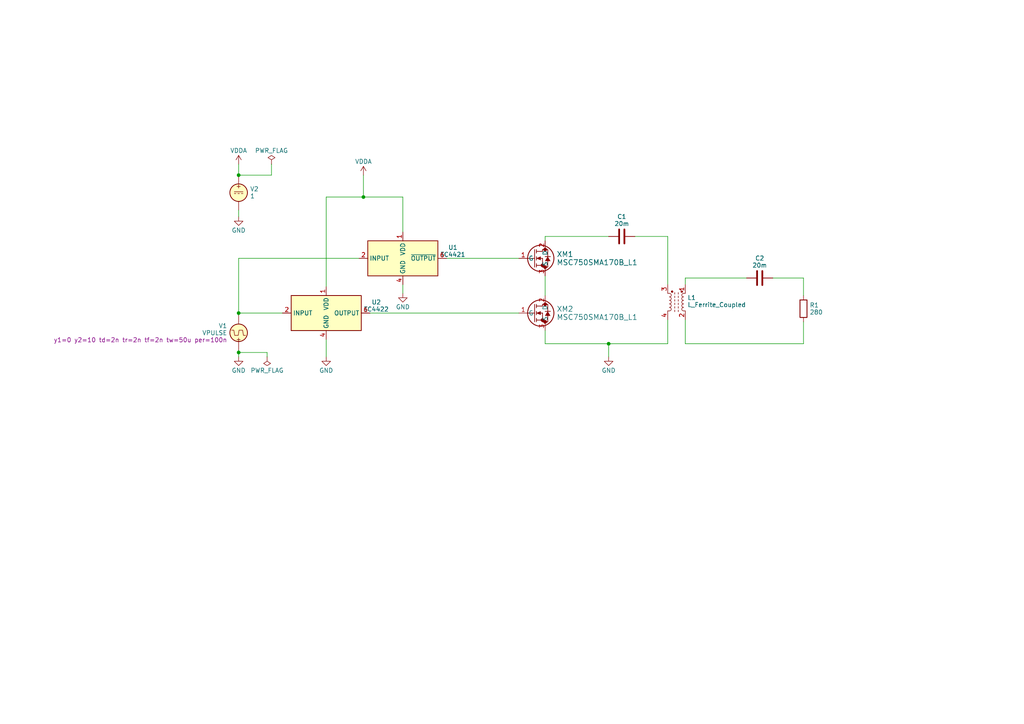
<source format=kicad_sch>
(kicad_sch (version 20230121) (generator eeschema)
  (paper "A4")
  (lib_symbols
    (symbol "Device:C" (pin_numbers hide) (pin_names (offset 0.254))
      (property "Reference" "C" (at 0.635 2.54 0))
      (property "Value" "C" (at 0.635 -2.54 0))
      (symbol "C_0_1"
        (polyline (pts (xy -2.032 -0.762) (xy 2.032 -0.762)) (stroke (width 0.508)))
        (polyline (pts (xy -2.032 0.762) (xy 2.032 0.762)) (stroke (width 0.508)))
      )
      (symbol "C_1_1"
        (pin passive line (at 0 3.81 270) (length 2.794) (name "~") (number "1"))
        (pin passive line (at 0 -3.81 90) (length 2.794) (name "~") (number "2"))
      )
    )
    (symbol "Device:L_Ferrite_Coupled" (pin_names (offset 0.254) hide)
      (property "Reference" "L" (at 0 4.445 0))
      (property "Value" "L_Ferrite_Coupled" (at 0 -4.445 0))
      (symbol "L_Ferrite_Coupled_0_1"
        (circle (center -3.048 -1.27) (radius 0.254) (fill (type outline)))
        (circle (center -3.048 1.524) (radius 0.254) (fill (type outline)))
        (arc (start -2.54 2.032) (mid -2.032 1.5262) (end -1.524 2.032))
        (arc (start -1.524 -2.032) (mid -2.032 -1.5262) (end -2.54 -2.032))
        (arc (start -1.524 2.032) (mid -1.016 1.5262) (end -0.508 2.032))
        (arc (start -0.508 -2.032) (mid -1.016 -1.5262) (end -1.524 -2.032))
        (arc (start -0.508 2.032) (mid 0 1.5262) (end 0.508 2.032))
        (polyline (pts (xy -2.794 -0.508) (xy -2.286 -0.508)))
        (polyline (pts (xy -2.794 0.508) (xy -2.286 0.508)))
        (polyline (pts (xy -2.54 -2.032) (xy -2.54 -2.54)))
        (polyline (pts (xy -2.54 2.032) (xy -2.54 2.54)))
        (polyline (pts (xy -1.778 -0.508) (xy -1.27 -0.508)))
        (polyline (pts (xy -1.778 0.508) (xy -1.27 0.508)))
        (polyline (pts (xy -0.762 -0.508) (xy -0.254 -0.508)))
        (polyline (pts (xy -0.762 0.508) (xy -0.254 0.508)))
        (polyline (pts (xy 0.254 -0.508) (xy 0.762 -0.508)))
        (polyline (pts (xy 0.254 0.508) (xy 0.762 0.508)))
        (polyline (pts (xy 1.27 -0.508) (xy 1.778 -0.508)))
        (polyline (pts (xy 1.27 0.508) (xy 1.778 0.508)))
        (polyline (pts (xy 2.286 -0.508) (xy 2.794 -0.508)))
        (polyline (pts (xy 2.286 0.508) (xy 2.794 0.508)))
        (polyline (pts (xy 2.54 -2.032) (xy 2.54 -2.54)))
        (polyline (pts (xy 2.54 2.54) (xy 2.54 2.032)))
        (arc (start 0.508 -2.032) (mid 0 -1.5262) (end -0.508 -2.032))
        (arc (start 0.508 2.032) (mid 1.016 1.5262) (end 1.524 2.032))
        (arc (start 1.524 -2.032) (mid 1.016 -1.5262) (end 0.508 -2.032))
        (arc (start 1.524 2.032) (mid 2.032 1.5262) (end 2.54 2.032))
        (arc (start 2.54 -2.032) (mid 2.032 -1.5262) (end 1.524 -2.032))
      )
      (symbol "L_Ferrite_Coupled_1_1"
        (pin passive line (at -5.08 2.54 0) (length 2.54) (name "1") (number "1"))
        (pin passive line (at 5.08 2.54 180) (length 2.54) (name "2") (number "2"))
        (pin passive line (at -5.08 -2.54 0) (length 2.54) (name "3") (number "3"))
        (pin passive line (at 5.08 -2.54 180) (length 2.54) (name "4") (number "4"))
      )
    )
    (symbol "Device:R" (pin_numbers hide) (pin_names (offset 0))
      (property "Reference" "R" (at 2.032 0 90))
      (property "Value" "R" (at 0 0 90))
      (symbol "R_0_1"
        (rectangle (start -1.016 -2.54) (end 1.016 2.54) (stroke (width 0.254)))
      )
      (symbol "R_1_1"
        (pin passive line (at 0 3.81 270) (length 1.27) (name "~") (number "1"))
        (pin passive line (at 0 -3.81 90) (length 1.27) (name "~") (number "2"))
      )
    )
    (symbol "Driver_FET:TC4421"
      (property "Reference" "U" (at -8.89 6.35 0))
      (property "Value" "TC4421" (at 6.35 6.35 0))
      (symbol "TC4421_0_1"
        (rectangle (start -10.16 5.08) (end 10.16 -5.08) (stroke (width 0.254)) (fill (type background)))
      )
      (symbol "TC4421_1_1"
        (pin power_in line (at 0 7.62 270) (length 2.54) (name "VDD") (number "1"))
        (pin input line (at -12.7 0 0) (length 2.54) (name "INPUT") (number "2"))
        (pin no_connect line (at -5.08 -5.08 90) (length 2.54) hide (name "NC") (number "3"))
        (pin power_in line (at 0 -7.62 90) (length 2.54) (name "GND") (number "4"))
        (pin passive line (at 0 -7.62 90) (length 2.54) hide (name "GND") (number "5"))
        (pin output line (at 12.7 0 180) (length 2.54) (name "~{OUTPUT}") (number "6"))
        (pin passive line (at 12.7 0 180) (length 2.54) hide (name "~{OUTPUT}") (number "7"))
        (pin passive line (at 0 7.62 270) (length 2.54) hide (name "VDD") (number "8"))
      )
    )
    (symbol "Driver_FET:TC4422"
      (property "Reference" "U" (at -8.89 6.35 0))
      (property "Value" "TC4422" (at 6.35 6.35 0))
      (symbol "TC4422_0_1"
        (rectangle (start -10.16 5.08) (end 10.16 -5.08) (stroke (width 0.254)) (fill (type background)))
      )
      (symbol "TC4422_1_1"
        (pin power_in line (at 0 7.62 270) (length 2.54) (name "VDD") (number "1"))
        (pin input line (at -12.7 0 0) (length 2.54) (name "INPUT") (number "2"))
        (pin no_connect line (at -5.08 -5.08 90) (length 2.54) hide (name "NC") (number "3"))
        (pin power_in line (at 0 -7.62 90) (length 2.54) (name "GND") (number "4"))
        (pin passive line (at 0 -7.62 90) (length 2.54) hide (name "GND") (number "5"))
        (pin output line (at 12.7 0 180) (length 2.54) (name "OUTPUT") (number "6"))
        (pin passive line (at 12.7 0 180) (length 2.54) hide (name "OUTPUT") (number "7"))
        (pin passive line (at 0 7.62 270) (length 2.54) hide (name "VDD") (number "8"))
      )
    )
    (symbol "Simulation_SPICE:VDC" (pin_numbers hide) (pin_names (offset 0.0254))
      (property "Reference" "V" (at 2.54 2.54 0))
      (property "Value" "1" (at 2.54 0 0))
      (symbol "VDC_0_0"
        (polyline (pts (xy -1.27 0.254) (xy 1.27 0.254)))
        (polyline (pts (xy -0.762 -0.254) (xy -1.27 -0.254)))
        (polyline (pts (xy 0.254 -0.254) (xy -0.254 -0.254)))
        (polyline (pts (xy 1.27 -0.254) (xy 0.762 -0.254)))
        (text "+" (at 0 1.905 0) (effects (font (size 1.27 1.27))))
      )
      (symbol "VDC_0_1"
        (circle (center 0 0) (radius 2.54) (stroke (width 0.254)) (fill (type background)))
      )
      (symbol "VDC_1_1"
        (pin passive line (at 0 5.08 270) (length 2.54) (name "~") (number "1"))
        (pin passive line (at 0 -5.08 90) (length 2.54) (name "~") (number "2"))
      )
    )
    (symbol "Simulation_SPICE:VPULSE" (pin_numbers hide) (pin_names (offset 0.0254))
      (property "Reference" "V" (at 2.54 2.54 0))
      (property "Value" "VPULSE" (at 2.54 0 0))
      (property "Sim.Params" "y1=0 y2=1 td=2n tr=2n tf=2n tw=50n per=100n" (at 2.54 -2.54 0))
      (symbol "VPULSE_0_0"
        (polyline (pts (xy -2.032 -0.762) (xy -1.397 -0.762) (xy -1.143 0.762) (xy -0.127 0.762) (xy 0.127 -0.762) (xy 1.143 -0.762) (xy 1.397 0.762) (xy 2.032 0.762)))
        (text "+" (at 0 1.905 0) (effects (font (size 1.27 1.27))))
      )
      (symbol "VPULSE_0_1"
        (circle (center 0 0) (radius 2.54) (stroke (width 0.254)) (fill (type background)))
      )
      (symbol "VPULSE_1_1"
        (pin passive line (at 0 5.08 270) (length 2.54) (name "~") (number "1"))
        (pin passive line (at 0 -5.08 90) (length 2.54) (name "~") (number "2"))
      )
    )
    (symbol "myLibSymbols:MSC750SMA170B" (pin_names (offset 0.254))
      (property "Reference" "XM?" (at 11.43 1.905 0))
      (property "Value" "MSC750SMA170B_L1" (at 11.43 -2.54 0))
      (symbol "MSC750SMA170B_0_1"
        (polyline (pts (xy 2.54 0) (xy 4.445 0)) (stroke (width 0.2032)))
        (polyline (pts (xy 4.572 -2.54) (xy 4.572 2.54)) (stroke (width 0.2032)))
        (polyline (pts (xy 5.08 -2.54) (xy 5.08 -1.524)) (stroke (width 0.2032)))
        (polyline (pts (xy 5.08 -2.032) (xy 6.858 -2.032)) (stroke (width 0.2032)))
        (polyline (pts (xy 5.08 -0.508) (xy 5.08 0.508)) (stroke (width 0.2032)))
        (polyline (pts (xy 5.08 1.524) (xy 5.08 2.54)) (stroke (width 0.2032)))
        (polyline (pts (xy 5.08 2.032) (xy 6.858 2.032)) (stroke (width 0.2032)))
        (polyline (pts (xy 6.35 0) (xy 6.858 0)) (stroke (width 0.2032)))
        (polyline (pts (xy 6.858 -2.54) (xy 6.858 0)) (stroke (width 0.2032)))
        (polyline (pts (xy 6.858 -2.54) (xy 8.382 -2.54)) (stroke (width 0.2032)))
        (polyline (pts (xy 6.858 2.032) (xy 6.858 2.54)) (stroke (width 0.2032)))
        (polyline (pts (xy 6.858 2.54) (xy 8.382 2.54)) (stroke (width 0.2032)))
        (polyline (pts (xy 8.382 -2.54) (xy 8.382 -0.762)) (stroke (width 0.2032)))
        (polyline (pts (xy 8.382 0.508) (xy 8.382 2.54)) (stroke (width 0.2032)))
        (polyline (pts (xy 9.144 0.508) (xy 7.62 0.508)) (stroke (width 0.2032)))
        (polyline (pts (xy 6.35 0.508) (xy 5.08 0) (xy 6.35 -0.508)) (stroke (width 0.0254)) (fill (type outline)))
        (polyline (pts (xy 9.144 -0.762) (xy 7.62 -0.762) (xy 8.382 0.508)) (stroke (width 0.0254)) (fill (type outline)))
        (circle (center 6.35 0) (radius 3.81) (stroke (width 0.254)))
        (circle (center 6.858 -2.032) (radius 0.0254) (stroke (width 0.508)))
        (circle (center 7.62 -2.54) (radius 0.0254) (stroke (width 0.508)))
        (circle (center 7.62 2.54) (radius 0.0254) (stroke (width 0.508)))
        (pin unspecified line (at 0 0 0) (length 2.54) (name "G") (number "1"))
        (pin unspecified line (at 7.62 5.08 270) (length 2.54) (name "D") (number "2"))
        (pin unspecified line (at 7.62 -5.08 90) (length 2.54) (name "S") (number "3"))
      )
    )
    (symbol "power:GND" (power) (pin_names (offset 0))
      (property "Value" "GND" (at 0 -3.81 0))
      (symbol "GND_0_1"
        (polyline (pts (xy 0 0) (xy 0 -1.27) (xy 1.27 -1.27) (xy 0 -2.54) (xy -1.27 -1.27) (xy 0 -1.27)))
      )
      (symbol "GND_1_1"
        (pin power_in line (at 0 0 270) (length 0) hide (name "GND") (number "1"))
      )
    )
    (symbol "power:PWR_FLAG" (power) (pin_numbers hide) (pin_names (offset 0) hide)
      (property "Value" "PWR_FLAG" (at 0 3.81 0))
      (symbol "PWR_FLAG_0_0"
        (pin power_out line (at 0 0 90) (length 0) (name "pwr") (number "1"))
      )
      (symbol "PWR_FLAG_0_1"
        (polyline (pts (xy 0 0) (xy 0 1.27) (xy -1.016 1.905) (xy 0 2.54) (xy 1.016 1.905) (xy 0 1.27)))
      )
    )
    (symbol "power:VDDA" (power) (pin_names (offset 0))
      (property "Value" "VDDA" (at 0 3.81 0))
      (symbol "VDDA_0_1"
        (polyline (pts (xy -0.762 1.27) (xy 0 2.54)))
        (polyline (pts (xy 0 0) (xy 0 2.54)))
        (polyline (pts (xy 0 2.54) (xy 0.762 1.27)))
      )
      (symbol "VDDA_1_1"
        (pin power_in line (at 0 0 90) (length 0) hide (name "VDDA") (number "1"))
      )
    )
  )
  (junction (at 69.215 50.8))
  (junction (at 69.215 102.235))
  (junction (at 69.215 90.805))
  (junction (at 176.53 99.695))
  (junction (at 105.41 57.15))
  (wire (pts (xy 176.53 99.695) (xy 176.53 103.505)))
  (wire (pts (xy 69.215 101.6) (xy 69.215 102.235)))
  (wire (pts (xy 116.84 82.55) (xy 116.84 85.09)))
  (wire (pts (xy 198.755 99.695) (xy 233.045 99.695)))
  (wire (pts (xy 158.115 99.695) (xy 176.53 99.695)))
  (wire (pts (xy 77.47 103.505) (xy 77.47 102.235)))
  (wire (pts (xy 233.045 93.345) (xy 233.045 99.695)))
  (wire (pts (xy 69.215 60.96) (xy 69.215 62.865)))
  (wire (pts (xy 94.615 57.15) (xy 105.41 57.15)))
  (wire (pts (xy 198.755 92.71) (xy 198.755 99.695)))
  (wire (pts (xy 176.53 99.695) (xy 193.675 99.695)))
  (wire (pts (xy 69.215 90.805) (xy 81.915 90.805)))
  (wire (pts (xy 94.615 98.425) (xy 94.615 103.505)))
  (wire (pts (xy 129.54 74.93) (xy 150.495 74.93)))
  (wire (pts (xy 78.74 50.8) (xy 69.215 50.8)))
  (wire (pts (xy 69.215 47.625) (xy 69.215 50.8)))
  (wire (pts (xy 193.675 82.55) (xy 193.675 68.58)))
  (wire (pts (xy 216.535 80.645) (xy 198.755 80.645)))
  (wire (pts (xy 94.615 83.185) (xy 94.615 57.15)))
  (wire (pts (xy 233.045 85.725) (xy 233.045 80.645)))
  (wire (pts (xy 198.755 80.645) (xy 198.755 82.55)))
  (wire (pts (xy 158.115 80.01) (xy 158.115 85.725)))
  (wire (pts (xy 105.41 50.8) (xy 105.41 57.15)))
  (wire (pts (xy 233.045 80.645) (xy 224.155 80.645)))
  (wire (pts (xy 77.47 102.235) (xy 69.215 102.235)))
  (wire (pts (xy 158.115 68.58) (xy 158.115 69.85)))
  (wire (pts (xy 193.675 99.695) (xy 193.675 92.71)))
  (wire (pts (xy 69.215 74.93) (xy 104.14 74.93)))
  (wire (pts (xy 105.41 57.15) (xy 116.84 57.15)))
  (wire (pts (xy 69.215 74.93) (xy 69.215 90.805)))
  (wire (pts (xy 107.315 90.805) (xy 150.495 90.805)))
  (wire (pts (xy 193.675 68.58) (xy 184.15 68.58)))
  (wire (pts (xy 78.74 47.625) (xy 78.74 50.8)))
  (wire (pts (xy 158.115 95.885) (xy 158.115 99.695)))
  (wire (pts (xy 69.215 90.805) (xy 69.215 91.44)))
  (wire (pts (xy 176.53 68.58) (xy 158.115 68.58)))
  (wire (pts (xy 116.84 57.15) (xy 116.84 67.31)))
  (wire (pts (xy 69.215 102.235) (xy 69.215 103.505)))
  (symbol (lib_id "myLibSymbols:MSC750SMA170B") (at 150.495 74.93 0) (unit 1)
    (property "Reference" "XM1" (at 161.417 73.7394 0) (effects (font (size 1.524 1.524)) (justify left)))
    (property "Value" "MSC750SMA170B_L1" (at 161.417 76.1206 0) (effects (font (size 1.524 1.524)) (justify left)))
    (property "Footprint" "TO-247_MCH" (effects hide))
    (property "Datasheet" "MSC750SMA170B" (effects hide))
  )
  (symbol (lib_id "Device:C") (at 220.345 80.645 90) (unit 1)
    (property "Reference" "C2" (at 220.345 74.906 90))
    (property "Value" "20m" (at 220.345 76.954 90))
  )
  (symbol (lib_id "Driver_FET:TC4422") (at 94.615 90.805 0) (unit 1)
    (property "Reference" "U2" (at 109.1463 87.6569 0))
    (property "Value" "TC4422" (at 109.1463 89.7049 0))
    (property "Footprint" "Package_DIP:DIP-8-N6_W7.62mm" (effects hide))
    (property "Datasheet" "http://ww1.microchip.com/downloads/en/DeviceDoc/20001420F.pdf" (effects hide))
    (property "Sim.Library" "C:\\__ush\\KiCAD\\_mySPICE\\Microchip\\MOSFET Drivers\\TC4422_Rev1_SPICE_Model.MOD" (effects hide))
    (property "Sim.Name" "TC4422_I2D_A" (effects hide))
    (property "Sim.Device" "SUBCKT" (effects hide))
    (property "Sim.Pins" "1=1 2=2 3=3 4=4" (effects hide))
  )
  (symbol (lib_id "power:GND") (at 94.615 103.505 0) (unit 1)
    (property "Reference" "#PWR01" (effects hide))
    (property "Value" "GND" (at 94.615 107.45 0))
  )
  (symbol (lib_id "Simulation_SPICE:VPULSE") (at 69.215 96.52 0) (mirror x) (unit 1)
    (property "Reference" "V1" (at 65.913 94.5077 0) (effects (justify right)))
    (property "Value" "VPULSE" (at 65.913 96.5557 0) (effects (justify right)))
    (property "Sim.Pins" "1=+ 2=-" (effects hide))
    (property "Sim.Type" "PULSE" (effects hide))
    (property "Sim.Device" "V" (effects hide))
    (property "Sim.Params" "y1=0 y2=10 td=2n tr=2n tf=2n tw=50u per=100n" (at 65.913 98.6037 0) (effects (justify right)))
  )
  (symbol (lib_id "power:PWR_FLAG") (at 78.74 47.625 0) (unit 1)
    (property "Reference" "#FLG01" (effects hide))
    (property "Value" "PWR_FLAG" (at 78.74 43.68 0))
  )
  (symbol (lib_id "power:GND") (at 69.215 103.505 0) (unit 1)
    (property "Reference" "#PWR05" (effects hide))
    (property "Value" "GND" (at 69.215 107.45 0))
  )
  (symbol (lib_id "power:GND") (at 176.53 103.505 0) (unit 1)
    (property "Reference" "#PWR04" (effects hide))
    (property "Value" "GND" (at 176.53 107.45 0))
  )
  (symbol (lib_id "power:GND") (at 69.215 62.865 0) (unit 1)
    (property "Reference" "#PWR07" (effects hide))
    (property "Value" "GND" (at 69.215 66.81 0))
  )
  (symbol (lib_id "power:VDDA") (at 105.41 50.8 0) (unit 1)
    (property "Reference" "#PWR03" (effects hide))
    (property "Value" "VDDA" (at 105.41 46.855 0))
  )
  (symbol (lib_id "power:GND") (at 116.84 85.09 0) (unit 1)
    (property "Reference" "#PWR02" (effects hide))
    (property "Value" "GND" (at 116.84 89.035 0))
  )
  (symbol (lib_id "myLibSymbols:MSC750SMA170B") (at 150.495 90.805 0) (unit 1)
    (property "Reference" "XM2" (at 161.417 89.6144 0) (effects (font (size 1.524 1.524)) (justify left)))
    (property "Value" "MSC750SMA170B_L1" (at 161.417 91.9956 0) (effects (font (size 1.524 1.524)) (justify left)))
    (property "Footprint" "TO-247_MCH" (effects hide))
    (property "Datasheet" "MSC750SMA170B" (effects hide))
  )
  (symbol (lib_id "Driver_FET:TC4421") (at 116.84 74.93 0) (unit 1)
    (property "Reference" "U1" (at 131.3713 71.7819 0))
    (property "Value" "TC4421" (at 131.3713 73.8299 0))
    (property "Footprint" "Package_DIP:DIP-8-N6_W7.62mm" (effects hide))
    (property "Datasheet" "http://ww1.microchip.com/downloads/en/DeviceDoc/20001420F.pdf" (effects hide))
    (property "Sim.Library" "C:\\__ush\\KiCAD\\_mySPICE\\Microchip\\MOSFET Drivers\\TC4421_Rev3_SPICE_Model.MOD" (effects hide))
    (property "Sim.Name" "TC4421_I2D_C" (effects hide))
    (property "Sim.Device" "SUBCKT" (effects hide))
    (property "Sim.Pins" "1=1 2=2 3=3 4=4" (effects hide))
  )
  (symbol (lib_id "Device:R") (at 233.045 89.535 0) (unit 1)
    (property "Reference" "R1" (at 234.823 88.511 0) (effects (justify left)))
    (property "Value" "280" (at 234.823 90.559 0) (effects (justify left)))
  )
  (symbol (lib_id "Simulation_SPICE:VDC") (at 69.215 55.88 0) (unit 1)
    (property "Reference" "V2" (at 72.517 54.8202 0) (effects (justify left)))
    (property "Value" "1" (at 72.517 56.8682 0) (effects (justify left)))
    (property "Sim.Pins" "1=+ 2=-" (effects hide))
    (property "Sim.Type" "DC" (effects hide))
    (property "Sim.Device" "V" (effects hide))
  )
  (symbol (lib_id "power:VDDA") (at 69.215 47.625 0) (unit 1)
    (property "Reference" "#PWR06" (effects hide))
    (property "Value" "VDDA" (at 69.215 43.68 0))
  )
  (symbol (lib_id "Device:C") (at 180.34 68.58 90) (unit 1)
    (property "Reference" "C1" (at 180.34 62.841 90))
    (property "Value" "20m" (at 180.34 64.889 90))
  )
  (symbol (lib_id "power:PWR_FLAG") (at 77.47 103.505 180) (unit 1)
    (property "Reference" "#FLG02" (effects hide))
    (property "Value" "PWR_FLAG" (at 77.47 107.45 0))
  )
  (symbol (lib_id "Device:L_Ferrite_Coupled") (at 196.215 87.63 270) (unit 1)
    (property "Reference" "L1" (at 199.39 86.352 90) (effects (justify left)))
    (property "Value" "L_Ferrite_Coupled" (at 199.39 88.4 90) (effects (justify left)))
    (property "Sim.Library" "C:\\__ush\\KiCAD\\_mySPICE\\KiCad-Spice-Library-master\\Models\\Manufacturer\\Wurth Elektronik\\WE-PD_HV.lib" (effects hide))
    (property "Sim.Name" "1210_7687709221_220u" (effects hide))
    (property "Sim.Device" "SUBCKT" (effects hide))
    (property "Sim.Pins" "1=1 2=2" (effects hide))
  )
)
</source>
